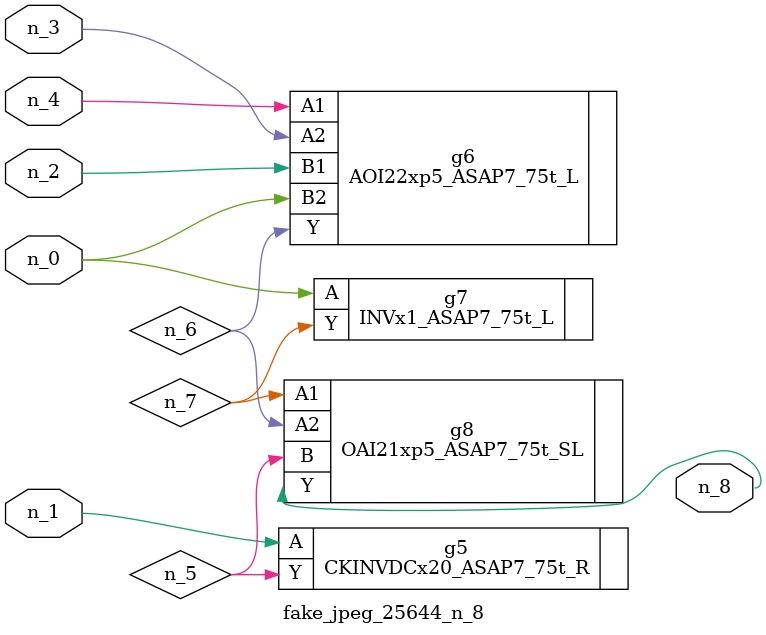
<source format=v>
module fake_jpeg_25644_n_8 (n_3, n_2, n_1, n_0, n_4, n_8);

input n_3;
input n_2;
input n_1;
input n_0;
input n_4;

output n_8;

wire n_6;
wire n_5;
wire n_7;

CKINVDCx20_ASAP7_75t_R g5 ( 
.A(n_1),
.Y(n_5)
);

AOI22xp5_ASAP7_75t_L g6 ( 
.A1(n_4),
.A2(n_3),
.B1(n_2),
.B2(n_0),
.Y(n_6)
);

INVx1_ASAP7_75t_L g7 ( 
.A(n_0),
.Y(n_7)
);

OAI21xp5_ASAP7_75t_SL g8 ( 
.A1(n_7),
.A2(n_6),
.B(n_5),
.Y(n_8)
);


endmodule
</source>
